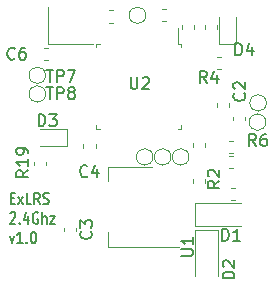
<source format=gbr>
%TF.GenerationSoftware,KiCad,Pcbnew,(5.1.5)-3*%
%TF.CreationDate,2020-05-01T16:03:37+02:00*%
%TF.ProjectId,SX1280_module,53583132-3830-45f6-9d6f-64756c652e6b,rev?*%
%TF.SameCoordinates,Original*%
%TF.FileFunction,Legend,Top*%
%TF.FilePolarity,Positive*%
%FSLAX46Y46*%
G04 Gerber Fmt 4.6, Leading zero omitted, Abs format (unit mm)*
G04 Created by KiCad (PCBNEW (5.1.5)-3) date 2020-05-01 16:03:37*
%MOMM*%
%LPD*%
G04 APERTURE LIST*
%ADD10C,0.150000*%
%ADD11C,0.120000*%
G04 APERTURE END LIST*
D10*
X107882376Y-115474171D02*
X108149042Y-115474171D01*
X108263328Y-115997980D02*
X107882376Y-115997980D01*
X107882376Y-114997980D01*
X108263328Y-114997980D01*
X108529995Y-115997980D02*
X108949042Y-115331314D01*
X108529995Y-115331314D02*
X108949042Y-115997980D01*
X109634757Y-115997980D02*
X109253804Y-115997980D01*
X109253804Y-114997980D01*
X110358566Y-115997980D02*
X110091900Y-115521790D01*
X109901423Y-115997980D02*
X109901423Y-114997980D01*
X110206185Y-114997980D01*
X110282376Y-115045600D01*
X110320471Y-115093219D01*
X110358566Y-115188457D01*
X110358566Y-115331314D01*
X110320471Y-115426552D01*
X110282376Y-115474171D01*
X110206185Y-115521790D01*
X109901423Y-115521790D01*
X110663328Y-115950361D02*
X110777614Y-115997980D01*
X110968090Y-115997980D01*
X111044280Y-115950361D01*
X111082376Y-115902742D01*
X111120471Y-115807504D01*
X111120471Y-115712266D01*
X111082376Y-115617028D01*
X111044280Y-115569409D01*
X110968090Y-115521790D01*
X110815709Y-115474171D01*
X110739519Y-115426552D01*
X110701423Y-115378933D01*
X110663328Y-115283695D01*
X110663328Y-115188457D01*
X110701423Y-115093219D01*
X110739519Y-115045600D01*
X110815709Y-114997980D01*
X111006185Y-114997980D01*
X111120471Y-115045600D01*
X107844280Y-116743219D02*
X107882376Y-116695600D01*
X107958566Y-116647980D01*
X108149042Y-116647980D01*
X108225233Y-116695600D01*
X108263328Y-116743219D01*
X108301423Y-116838457D01*
X108301423Y-116933695D01*
X108263328Y-117076552D01*
X107806185Y-117647980D01*
X108301423Y-117647980D01*
X108644280Y-117552742D02*
X108682376Y-117600361D01*
X108644280Y-117647980D01*
X108606185Y-117600361D01*
X108644280Y-117552742D01*
X108644280Y-117647980D01*
X109368090Y-116981314D02*
X109368090Y-117647980D01*
X109177614Y-116600361D02*
X108987138Y-117314647D01*
X109482376Y-117314647D01*
X110206185Y-116695600D02*
X110129995Y-116647980D01*
X110015709Y-116647980D01*
X109901423Y-116695600D01*
X109825233Y-116790838D01*
X109787138Y-116886076D01*
X109749042Y-117076552D01*
X109749042Y-117219409D01*
X109787138Y-117409885D01*
X109825233Y-117505123D01*
X109901423Y-117600361D01*
X110015709Y-117647980D01*
X110091900Y-117647980D01*
X110206185Y-117600361D01*
X110244280Y-117552742D01*
X110244280Y-117219409D01*
X110091900Y-117219409D01*
X110587138Y-117647980D02*
X110587138Y-116647980D01*
X110929995Y-117647980D02*
X110929995Y-117124171D01*
X110891900Y-117028933D01*
X110815709Y-116981314D01*
X110701423Y-116981314D01*
X110625233Y-117028933D01*
X110587138Y-117076552D01*
X111234757Y-116981314D02*
X111653804Y-116981314D01*
X111234757Y-117647980D01*
X111653804Y-117647980D01*
X107806185Y-118631314D02*
X107996661Y-119297980D01*
X108187138Y-118631314D01*
X108910947Y-119297980D02*
X108453804Y-119297980D01*
X108682376Y-119297980D02*
X108682376Y-118297980D01*
X108606185Y-118440838D01*
X108529995Y-118536076D01*
X108453804Y-118583695D01*
X109253804Y-119202742D02*
X109291900Y-119250361D01*
X109253804Y-119297980D01*
X109215709Y-119250361D01*
X109253804Y-119202742D01*
X109253804Y-119297980D01*
X109787138Y-118297980D02*
X109863328Y-118297980D01*
X109939519Y-118345600D01*
X109977614Y-118393219D01*
X110015709Y-118488457D01*
X110053804Y-118678933D01*
X110053804Y-118917028D01*
X110015709Y-119107504D01*
X109977614Y-119202742D01*
X109939519Y-119250361D01*
X109863328Y-119297980D01*
X109787138Y-119297980D01*
X109710947Y-119250361D01*
X109672852Y-119202742D01*
X109634757Y-119107504D01*
X109596661Y-118917028D01*
X109596661Y-118678933D01*
X109634757Y-118488457D01*
X109672852Y-118393219D01*
X109710947Y-118345600D01*
X109787138Y-118297980D01*
D11*
%TO.C,TP8*%
X110849600Y-106642400D02*
G75*
G03X110849600Y-106642400I-700000J0D01*
G01*
%TO.C,TP7*%
X110849600Y-105067600D02*
G75*
G03X110849600Y-105067600I-700000J0D01*
G01*
%TO.C,TP6*%
X119942800Y-111976400D02*
G75*
G03X119942800Y-111976400I-700000J0D01*
G01*
%TO.C,TP5*%
X122990800Y-111976400D02*
G75*
G03X122990800Y-111976400I-700000J0D01*
G01*
%TO.C,TP4*%
X121466800Y-111976400D02*
G75*
G03X121466800Y-111976400I-700000J0D01*
G01*
%TO.C,TP3*%
X119333200Y-99987600D02*
G75*
G03X119333200Y-99987600I-700000J0D01*
G01*
%TO.C,TP2*%
X129493200Y-109030000D02*
G75*
G03X129493200Y-109030000I-700000J0D01*
G01*
%TO.C,TP1*%
X129544000Y-107404400D02*
G75*
G03X129544000Y-107404400I-700000J0D01*
G01*
%TO.C,R20*%
X125391600Y-101115579D02*
X125391600Y-100790021D01*
X124371600Y-101115579D02*
X124371600Y-100790021D01*
%TO.C,R19*%
X110862800Y-112697979D02*
X110862800Y-112372421D01*
X109842800Y-112697979D02*
X109842800Y-112372421D01*
%TO.C,D4*%
X126988200Y-102437800D02*
X126988200Y-100152800D01*
X125518200Y-102437800D02*
X126988200Y-102437800D01*
X125518200Y-100152800D02*
X125518200Y-102437800D01*
%TO.C,D3*%
X112650600Y-109615800D02*
X110365600Y-109615800D01*
X112650600Y-111085800D02*
X112650600Y-109615800D01*
X110365600Y-111085800D02*
X112650600Y-111085800D01*
%TO.C,X1*%
X111043600Y-102426200D02*
X114843600Y-102426200D01*
X111043600Y-99276200D02*
X111043600Y-102426200D01*
%TO.C,U2*%
X122038400Y-102381400D02*
X122038400Y-101066400D01*
X122338400Y-102381400D02*
X122038400Y-102381400D01*
X122338400Y-102681400D02*
X122338400Y-102381400D01*
X122338400Y-109601400D02*
X122038400Y-109601400D01*
X122338400Y-109301400D02*
X122338400Y-109601400D01*
X115118400Y-102381400D02*
X115418400Y-102381400D01*
X115118400Y-102681400D02*
X115118400Y-102381400D01*
X115118400Y-109601400D02*
X115418400Y-109601400D01*
X115118400Y-109301400D02*
X115118400Y-109601400D01*
%TO.C,U1*%
X122147500Y-119615000D02*
X116137500Y-119615000D01*
X119897500Y-112795000D02*
X116137500Y-112795000D01*
X116137500Y-119615000D02*
X116137500Y-118355000D01*
X116137500Y-112795000D02*
X116137500Y-114055000D01*
%TO.C,R15*%
X116235221Y-100599200D02*
X116560779Y-100599200D01*
X116235221Y-99579200D02*
X116560779Y-99579200D01*
%TO.C,R7*%
X126395221Y-112943600D02*
X126720779Y-112943600D01*
X126395221Y-111923600D02*
X126720779Y-111923600D01*
%TO.C,R6*%
X126395221Y-111622800D02*
X126720779Y-111622800D01*
X126395221Y-110602800D02*
X126720779Y-110602800D01*
%TO.C,R5*%
X120705621Y-100446800D02*
X121031179Y-100446800D01*
X120705621Y-99426800D02*
X121031179Y-99426800D01*
%TO.C,R4*%
X125379221Y-104510800D02*
X125704779Y-104510800D01*
X125379221Y-103490800D02*
X125704779Y-103490800D01*
%TO.C,R3*%
X125387600Y-107444821D02*
X125387600Y-107770379D01*
X126407600Y-107444821D02*
X126407600Y-107770379D01*
%TO.C,R2*%
X124324800Y-114208779D02*
X124324800Y-113883221D01*
X123304800Y-114208779D02*
X123304800Y-113883221D01*
%TO.C,R1*%
X126547621Y-115636000D02*
X126873179Y-115636000D01*
X126547621Y-114616000D02*
X126873179Y-114616000D01*
%TO.C,D2*%
X125460000Y-118145000D02*
X125460000Y-122045000D01*
X123460000Y-118145000D02*
X123460000Y-122045000D01*
X125460000Y-118145000D02*
X123460000Y-118145000D01*
%TO.C,D1*%
X123480000Y-115840000D02*
X127380000Y-115840000D01*
X123480000Y-117840000D02*
X127380000Y-117840000D01*
X123480000Y-115840000D02*
X123480000Y-117840000D01*
%TO.C,C6*%
X110698021Y-103799600D02*
X111023579Y-103799600D01*
X110698021Y-102779600D02*
X111023579Y-102779600D01*
%TO.C,C5*%
X123410400Y-101115579D02*
X123410400Y-100790021D01*
X122390400Y-101115579D02*
X122390400Y-100790021D01*
%TO.C,C4*%
X114059200Y-110899221D02*
X114059200Y-111224779D01*
X115079200Y-110899221D02*
X115079200Y-111224779D01*
%TO.C,C3*%
X112382800Y-117960421D02*
X112382800Y-118285979D01*
X113402800Y-117960421D02*
X113402800Y-118285979D01*
%TO.C,C2*%
X126708400Y-108562421D02*
X126708400Y-108887979D01*
X127728400Y-108562421D02*
X127728400Y-108887979D01*
%TO.C,C1*%
X124335000Y-111160779D02*
X124335000Y-110835221D01*
X123315000Y-111160779D02*
X123315000Y-110835221D01*
%TO.C,TP8*%
D10*
X110904495Y-106081580D02*
X111475923Y-106081580D01*
X111190209Y-107081580D02*
X111190209Y-106081580D01*
X111809257Y-107081580D02*
X111809257Y-106081580D01*
X112190209Y-106081580D01*
X112285447Y-106129200D01*
X112333066Y-106176819D01*
X112380685Y-106272057D01*
X112380685Y-106414914D01*
X112333066Y-106510152D01*
X112285447Y-106557771D01*
X112190209Y-106605390D01*
X111809257Y-106605390D01*
X112952114Y-106510152D02*
X112856876Y-106462533D01*
X112809257Y-106414914D01*
X112761638Y-106319676D01*
X112761638Y-106272057D01*
X112809257Y-106176819D01*
X112856876Y-106129200D01*
X112952114Y-106081580D01*
X113142590Y-106081580D01*
X113237828Y-106129200D01*
X113285447Y-106176819D01*
X113333066Y-106272057D01*
X113333066Y-106319676D01*
X113285447Y-106414914D01*
X113237828Y-106462533D01*
X113142590Y-106510152D01*
X112952114Y-106510152D01*
X112856876Y-106557771D01*
X112809257Y-106605390D01*
X112761638Y-106700628D01*
X112761638Y-106891104D01*
X112809257Y-106986342D01*
X112856876Y-107033961D01*
X112952114Y-107081580D01*
X113142590Y-107081580D01*
X113237828Y-107033961D01*
X113285447Y-106986342D01*
X113333066Y-106891104D01*
X113333066Y-106700628D01*
X113285447Y-106605390D01*
X113237828Y-106557771D01*
X113142590Y-106510152D01*
%TO.C,TP7*%
X110904495Y-104608380D02*
X111475923Y-104608380D01*
X111190209Y-105608380D02*
X111190209Y-104608380D01*
X111809257Y-105608380D02*
X111809257Y-104608380D01*
X112190209Y-104608380D01*
X112285447Y-104656000D01*
X112333066Y-104703619D01*
X112380685Y-104798857D01*
X112380685Y-104941714D01*
X112333066Y-105036952D01*
X112285447Y-105084571D01*
X112190209Y-105132190D01*
X111809257Y-105132190D01*
X112714019Y-104608380D02*
X113380685Y-104608380D01*
X112952114Y-105608380D01*
%TO.C,R19*%
X109375180Y-113114057D02*
X108898990Y-113447390D01*
X109375180Y-113685485D02*
X108375180Y-113685485D01*
X108375180Y-113304533D01*
X108422800Y-113209295D01*
X108470419Y-113161676D01*
X108565657Y-113114057D01*
X108708514Y-113114057D01*
X108803752Y-113161676D01*
X108851371Y-113209295D01*
X108898990Y-113304533D01*
X108898990Y-113685485D01*
X109375180Y-112161676D02*
X109375180Y-112733104D01*
X109375180Y-112447390D02*
X108375180Y-112447390D01*
X108518038Y-112542628D01*
X108613276Y-112637866D01*
X108660895Y-112733104D01*
X109375180Y-111685485D02*
X109375180Y-111495009D01*
X109327561Y-111399771D01*
X109279942Y-111352152D01*
X109137085Y-111256914D01*
X108946609Y-111209295D01*
X108565657Y-111209295D01*
X108470419Y-111256914D01*
X108422800Y-111304533D01*
X108375180Y-111399771D01*
X108375180Y-111590247D01*
X108422800Y-111685485D01*
X108470419Y-111733104D01*
X108565657Y-111780723D01*
X108803752Y-111780723D01*
X108898990Y-111733104D01*
X108946609Y-111685485D01*
X108994228Y-111590247D01*
X108994228Y-111399771D01*
X108946609Y-111304533D01*
X108898990Y-111256914D01*
X108803752Y-111209295D01*
%TO.C,D4*%
X126922304Y-103373180D02*
X126922304Y-102373180D01*
X127160400Y-102373180D01*
X127303257Y-102420800D01*
X127398495Y-102516038D01*
X127446114Y-102611276D01*
X127493733Y-102801752D01*
X127493733Y-102944609D01*
X127446114Y-103135085D01*
X127398495Y-103230323D01*
X127303257Y-103325561D01*
X127160400Y-103373180D01*
X126922304Y-103373180D01*
X128350876Y-102706514D02*
X128350876Y-103373180D01*
X128112780Y-102325561D02*
X127874685Y-103039847D01*
X128493733Y-103039847D01*
%TO.C,D3*%
X110259904Y-109367580D02*
X110259904Y-108367580D01*
X110498000Y-108367580D01*
X110640857Y-108415200D01*
X110736095Y-108510438D01*
X110783714Y-108605676D01*
X110831333Y-108796152D01*
X110831333Y-108939009D01*
X110783714Y-109129485D01*
X110736095Y-109224723D01*
X110640857Y-109319961D01*
X110498000Y-109367580D01*
X110259904Y-109367580D01*
X111164666Y-108367580D02*
X111783714Y-108367580D01*
X111450380Y-108748533D01*
X111593238Y-108748533D01*
X111688476Y-108796152D01*
X111736095Y-108843771D01*
X111783714Y-108939009D01*
X111783714Y-109177104D01*
X111736095Y-109272342D01*
X111688476Y-109319961D01*
X111593238Y-109367580D01*
X111307523Y-109367580D01*
X111212285Y-109319961D01*
X111164666Y-109272342D01*
%TO.C,U2*%
X118059295Y-105217980D02*
X118059295Y-106027504D01*
X118106914Y-106122742D01*
X118154533Y-106170361D01*
X118249771Y-106217980D01*
X118440247Y-106217980D01*
X118535485Y-106170361D01*
X118583104Y-106122742D01*
X118630723Y-106027504D01*
X118630723Y-105217980D01*
X119059295Y-105313219D02*
X119106914Y-105265600D01*
X119202152Y-105217980D01*
X119440247Y-105217980D01*
X119535485Y-105265600D01*
X119583104Y-105313219D01*
X119630723Y-105408457D01*
X119630723Y-105503695D01*
X119583104Y-105646552D01*
X119011676Y-106217980D01*
X119630723Y-106217980D01*
%TO.C,U1*%
X122337580Y-120345104D02*
X123147104Y-120345104D01*
X123242342Y-120297485D01*
X123289961Y-120249866D01*
X123337580Y-120154628D01*
X123337580Y-119964152D01*
X123289961Y-119868914D01*
X123242342Y-119821295D01*
X123147104Y-119773676D01*
X122337580Y-119773676D01*
X123337580Y-118773676D02*
X123337580Y-119345104D01*
X123337580Y-119059390D02*
X122337580Y-119059390D01*
X122480438Y-119154628D01*
X122575676Y-119249866D01*
X122623295Y-119345104D01*
%TO.C,R6*%
X128662133Y-111043980D02*
X128328800Y-110567790D01*
X128090704Y-111043980D02*
X128090704Y-110043980D01*
X128471657Y-110043980D01*
X128566895Y-110091600D01*
X128614514Y-110139219D01*
X128662133Y-110234457D01*
X128662133Y-110377314D01*
X128614514Y-110472552D01*
X128566895Y-110520171D01*
X128471657Y-110567790D01*
X128090704Y-110567790D01*
X129519276Y-110043980D02*
X129328800Y-110043980D01*
X129233561Y-110091600D01*
X129185942Y-110139219D01*
X129090704Y-110282076D01*
X129043085Y-110472552D01*
X129043085Y-110853504D01*
X129090704Y-110948742D01*
X129138323Y-110996361D01*
X129233561Y-111043980D01*
X129424038Y-111043980D01*
X129519276Y-110996361D01*
X129566895Y-110948742D01*
X129614514Y-110853504D01*
X129614514Y-110615409D01*
X129566895Y-110520171D01*
X129519276Y-110472552D01*
X129424038Y-110424933D01*
X129233561Y-110424933D01*
X129138323Y-110472552D01*
X129090704Y-110520171D01*
X129043085Y-110615409D01*
%TO.C,R4*%
X124496533Y-105709980D02*
X124163200Y-105233790D01*
X123925104Y-105709980D02*
X123925104Y-104709980D01*
X124306057Y-104709980D01*
X124401295Y-104757600D01*
X124448914Y-104805219D01*
X124496533Y-104900457D01*
X124496533Y-105043314D01*
X124448914Y-105138552D01*
X124401295Y-105186171D01*
X124306057Y-105233790D01*
X123925104Y-105233790D01*
X125353676Y-105043314D02*
X125353676Y-105709980D01*
X125115580Y-104662361D02*
X124877485Y-105376647D01*
X125496533Y-105376647D01*
%TO.C,R2*%
X125572780Y-114009466D02*
X125096590Y-114342800D01*
X125572780Y-114580895D02*
X124572780Y-114580895D01*
X124572780Y-114199942D01*
X124620400Y-114104704D01*
X124668019Y-114057085D01*
X124763257Y-114009466D01*
X124906114Y-114009466D01*
X125001352Y-114057085D01*
X125048971Y-114104704D01*
X125096590Y-114199942D01*
X125096590Y-114580895D01*
X124668019Y-113628514D02*
X124620400Y-113580895D01*
X124572780Y-113485657D01*
X124572780Y-113247561D01*
X124620400Y-113152323D01*
X124668019Y-113104704D01*
X124763257Y-113057085D01*
X124858495Y-113057085D01*
X125001352Y-113104704D01*
X125572780Y-113676133D01*
X125572780Y-113057085D01*
%TO.C,D2*%
X126842780Y-122251695D02*
X125842780Y-122251695D01*
X125842780Y-122013600D01*
X125890400Y-121870742D01*
X125985638Y-121775504D01*
X126080876Y-121727885D01*
X126271352Y-121680266D01*
X126414209Y-121680266D01*
X126604685Y-121727885D01*
X126699923Y-121775504D01*
X126795161Y-121870742D01*
X126842780Y-122013600D01*
X126842780Y-122251695D01*
X125938019Y-121299314D02*
X125890400Y-121251695D01*
X125842780Y-121156457D01*
X125842780Y-120918361D01*
X125890400Y-120823123D01*
X125938019Y-120775504D01*
X126033257Y-120727885D01*
X126128495Y-120727885D01*
X126271352Y-120775504D01*
X126842780Y-121346933D01*
X126842780Y-120727885D01*
%TO.C,D1*%
X125804704Y-119070380D02*
X125804704Y-118070380D01*
X126042800Y-118070380D01*
X126185657Y-118118000D01*
X126280895Y-118213238D01*
X126328514Y-118308476D01*
X126376133Y-118498952D01*
X126376133Y-118641809D01*
X126328514Y-118832285D01*
X126280895Y-118927523D01*
X126185657Y-119022761D01*
X126042800Y-119070380D01*
X125804704Y-119070380D01*
X127328514Y-119070380D02*
X126757085Y-119070380D01*
X127042800Y-119070380D02*
X127042800Y-118070380D01*
X126947561Y-118213238D01*
X126852323Y-118308476D01*
X126757085Y-118356095D01*
%TO.C,C6*%
X108240533Y-103633542D02*
X108192914Y-103681161D01*
X108050057Y-103728780D01*
X107954819Y-103728780D01*
X107811961Y-103681161D01*
X107716723Y-103585923D01*
X107669104Y-103490685D01*
X107621485Y-103300209D01*
X107621485Y-103157352D01*
X107669104Y-102966876D01*
X107716723Y-102871638D01*
X107811961Y-102776400D01*
X107954819Y-102728780D01*
X108050057Y-102728780D01*
X108192914Y-102776400D01*
X108240533Y-102824019D01*
X109097676Y-102728780D02*
X108907200Y-102728780D01*
X108811961Y-102776400D01*
X108764342Y-102824019D01*
X108669104Y-102966876D01*
X108621485Y-103157352D01*
X108621485Y-103538304D01*
X108669104Y-103633542D01*
X108716723Y-103681161D01*
X108811961Y-103728780D01*
X109002438Y-103728780D01*
X109097676Y-103681161D01*
X109145295Y-103633542D01*
X109192914Y-103538304D01*
X109192914Y-103300209D01*
X109145295Y-103204971D01*
X109097676Y-103157352D01*
X109002438Y-103109733D01*
X108811961Y-103109733D01*
X108716723Y-103157352D01*
X108669104Y-103204971D01*
X108621485Y-103300209D01*
%TO.C,C4*%
X114387333Y-113590342D02*
X114339714Y-113637961D01*
X114196857Y-113685580D01*
X114101619Y-113685580D01*
X113958761Y-113637961D01*
X113863523Y-113542723D01*
X113815904Y-113447485D01*
X113768285Y-113257009D01*
X113768285Y-113114152D01*
X113815904Y-112923676D01*
X113863523Y-112828438D01*
X113958761Y-112733200D01*
X114101619Y-112685580D01*
X114196857Y-112685580D01*
X114339714Y-112733200D01*
X114387333Y-112780819D01*
X115244476Y-113018914D02*
X115244476Y-113685580D01*
X115006380Y-112637961D02*
X114768285Y-113352247D01*
X115387333Y-113352247D01*
%TO.C,C3*%
X114679942Y-118289866D02*
X114727561Y-118337485D01*
X114775180Y-118480342D01*
X114775180Y-118575580D01*
X114727561Y-118718438D01*
X114632323Y-118813676D01*
X114537085Y-118861295D01*
X114346609Y-118908914D01*
X114203752Y-118908914D01*
X114013276Y-118861295D01*
X113918038Y-118813676D01*
X113822800Y-118718438D01*
X113775180Y-118575580D01*
X113775180Y-118480342D01*
X113822800Y-118337485D01*
X113870419Y-118289866D01*
X113775180Y-117956533D02*
X113775180Y-117337485D01*
X114156133Y-117670819D01*
X114156133Y-117527961D01*
X114203752Y-117432723D01*
X114251371Y-117385104D01*
X114346609Y-117337485D01*
X114584704Y-117337485D01*
X114679942Y-117385104D01*
X114727561Y-117432723D01*
X114775180Y-117527961D01*
X114775180Y-117813676D01*
X114727561Y-117908914D01*
X114679942Y-117956533D01*
%TO.C,C2*%
X127661942Y-106592666D02*
X127709561Y-106640285D01*
X127757180Y-106783142D01*
X127757180Y-106878380D01*
X127709561Y-107021238D01*
X127614323Y-107116476D01*
X127519085Y-107164095D01*
X127328609Y-107211714D01*
X127185752Y-107211714D01*
X126995276Y-107164095D01*
X126900038Y-107116476D01*
X126804800Y-107021238D01*
X126757180Y-106878380D01*
X126757180Y-106783142D01*
X126804800Y-106640285D01*
X126852419Y-106592666D01*
X126852419Y-106211714D02*
X126804800Y-106164095D01*
X126757180Y-106068857D01*
X126757180Y-105830761D01*
X126804800Y-105735523D01*
X126852419Y-105687904D01*
X126947657Y-105640285D01*
X127042895Y-105640285D01*
X127185752Y-105687904D01*
X127757180Y-106259333D01*
X127757180Y-105640285D01*
%TD*%
M02*

</source>
